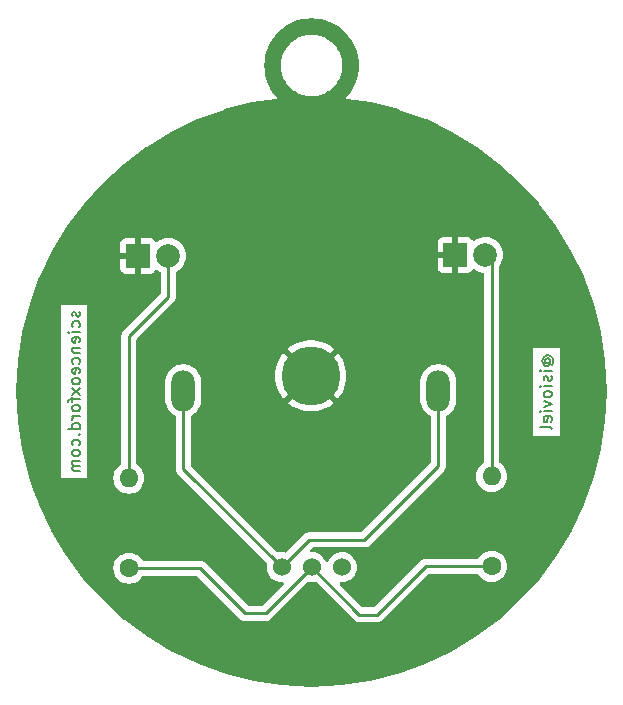
<source format=gbr>
%TF.GenerationSoftware,KiCad,Pcbnew,8.0.5*%
%TF.CreationDate,2025-02-18T12:58:11+00:00*%
%TF.ProjectId,practice-keyring,70726163-7469-4636-952d-6b657972696e,rev?*%
%TF.SameCoordinates,Original*%
%TF.FileFunction,Copper,L2,Bot*%
%TF.FilePolarity,Positive*%
%FSLAX46Y46*%
G04 Gerber Fmt 4.6, Leading zero omitted, Abs format (unit mm)*
G04 Created by KiCad (PCBNEW 8.0.5) date 2025-02-18 12:58:11*
%MOMM*%
%LPD*%
G01*
G04 APERTURE LIST*
%ADD10C,0.150000*%
%TA.AperFunction,NonConductor*%
%ADD11C,0.150000*%
%TD*%
%TA.AperFunction,ComponentPad*%
%ADD12R,2.000000X2.000000*%
%TD*%
%TA.AperFunction,ComponentPad*%
%ADD13C,2.000000*%
%TD*%
%TA.AperFunction,ComponentPad*%
%ADD14C,1.600000*%
%TD*%
%TA.AperFunction,ComponentPad*%
%ADD15O,1.600000X1.600000*%
%TD*%
%TA.AperFunction,ComponentPad*%
%ADD16O,2.000000X3.500000*%
%TD*%
%TA.AperFunction,SMDPad,CuDef*%
%ADD17C,5.000000*%
%TD*%
%TA.AperFunction,ComponentPad*%
%ADD18C,1.524000*%
%TD*%
%TA.AperFunction,Conductor*%
%ADD19C,0.250000*%
%TD*%
G04 APERTURE END LIST*
D10*
D11*
X254816828Y-107299428D02*
X254769209Y-107251809D01*
X254769209Y-107251809D02*
X254721590Y-107156571D01*
X254721590Y-107156571D02*
X254721590Y-107061333D01*
X254721590Y-107061333D02*
X254769209Y-106966095D01*
X254769209Y-106966095D02*
X254816828Y-106918476D01*
X254816828Y-106918476D02*
X254912066Y-106870857D01*
X254912066Y-106870857D02*
X255007304Y-106870857D01*
X255007304Y-106870857D02*
X255102542Y-106918476D01*
X255102542Y-106918476D02*
X255150161Y-106966095D01*
X255150161Y-106966095D02*
X255197780Y-107061333D01*
X255197780Y-107061333D02*
X255197780Y-107156571D01*
X255197780Y-107156571D02*
X255150161Y-107251809D01*
X255150161Y-107251809D02*
X255102542Y-107299428D01*
X254721590Y-107299428D02*
X255102542Y-107299428D01*
X255102542Y-107299428D02*
X255150161Y-107347047D01*
X255150161Y-107347047D02*
X255150161Y-107394666D01*
X255150161Y-107394666D02*
X255102542Y-107489905D01*
X255102542Y-107489905D02*
X255007304Y-107537524D01*
X255007304Y-107537524D02*
X254769209Y-107537524D01*
X254769209Y-107537524D02*
X254626352Y-107442286D01*
X254626352Y-107442286D02*
X254531114Y-107299428D01*
X254531114Y-107299428D02*
X254483495Y-107108952D01*
X254483495Y-107108952D02*
X254531114Y-106918476D01*
X254531114Y-106918476D02*
X254626352Y-106775619D01*
X254626352Y-106775619D02*
X254769209Y-106680381D01*
X254769209Y-106680381D02*
X254959685Y-106632762D01*
X254959685Y-106632762D02*
X255150161Y-106680381D01*
X255150161Y-106680381D02*
X255293019Y-106775619D01*
X255293019Y-106775619D02*
X255388257Y-106918476D01*
X255388257Y-106918476D02*
X255435876Y-107108952D01*
X255435876Y-107108952D02*
X255388257Y-107299428D01*
X255388257Y-107299428D02*
X255293019Y-107442286D01*
X255293019Y-107966095D02*
X254626352Y-107966095D01*
X254293019Y-107966095D02*
X254340638Y-107918476D01*
X254340638Y-107918476D02*
X254388257Y-107966095D01*
X254388257Y-107966095D02*
X254340638Y-108013714D01*
X254340638Y-108013714D02*
X254293019Y-107966095D01*
X254293019Y-107966095D02*
X254388257Y-107966095D01*
X255245400Y-108394666D02*
X255293019Y-108489904D01*
X255293019Y-108489904D02*
X255293019Y-108680380D01*
X255293019Y-108680380D02*
X255245400Y-108775618D01*
X255245400Y-108775618D02*
X255150161Y-108823237D01*
X255150161Y-108823237D02*
X255102542Y-108823237D01*
X255102542Y-108823237D02*
X255007304Y-108775618D01*
X255007304Y-108775618D02*
X254959685Y-108680380D01*
X254959685Y-108680380D02*
X254959685Y-108537523D01*
X254959685Y-108537523D02*
X254912066Y-108442285D01*
X254912066Y-108442285D02*
X254816828Y-108394666D01*
X254816828Y-108394666D02*
X254769209Y-108394666D01*
X254769209Y-108394666D02*
X254673971Y-108442285D01*
X254673971Y-108442285D02*
X254626352Y-108537523D01*
X254626352Y-108537523D02*
X254626352Y-108680380D01*
X254626352Y-108680380D02*
X254673971Y-108775618D01*
X255293019Y-109251809D02*
X254626352Y-109251809D01*
X254293019Y-109251809D02*
X254340638Y-109204190D01*
X254340638Y-109204190D02*
X254388257Y-109251809D01*
X254388257Y-109251809D02*
X254340638Y-109299428D01*
X254340638Y-109299428D02*
X254293019Y-109251809D01*
X254293019Y-109251809D02*
X254388257Y-109251809D01*
X255293019Y-109870856D02*
X255245400Y-109775618D01*
X255245400Y-109775618D02*
X255197780Y-109727999D01*
X255197780Y-109727999D02*
X255102542Y-109680380D01*
X255102542Y-109680380D02*
X254816828Y-109680380D01*
X254816828Y-109680380D02*
X254721590Y-109727999D01*
X254721590Y-109727999D02*
X254673971Y-109775618D01*
X254673971Y-109775618D02*
X254626352Y-109870856D01*
X254626352Y-109870856D02*
X254626352Y-110013713D01*
X254626352Y-110013713D02*
X254673971Y-110108951D01*
X254673971Y-110108951D02*
X254721590Y-110156570D01*
X254721590Y-110156570D02*
X254816828Y-110204189D01*
X254816828Y-110204189D02*
X255102542Y-110204189D01*
X255102542Y-110204189D02*
X255197780Y-110156570D01*
X255197780Y-110156570D02*
X255245400Y-110108951D01*
X255245400Y-110108951D02*
X255293019Y-110013713D01*
X255293019Y-110013713D02*
X255293019Y-109870856D01*
X254626352Y-110537523D02*
X255293019Y-110775618D01*
X255293019Y-110775618D02*
X254626352Y-111013713D01*
X255293019Y-111394666D02*
X254626352Y-111394666D01*
X254293019Y-111394666D02*
X254340638Y-111347047D01*
X254340638Y-111347047D02*
X254388257Y-111394666D01*
X254388257Y-111394666D02*
X254340638Y-111442285D01*
X254340638Y-111442285D02*
X254293019Y-111394666D01*
X254293019Y-111394666D02*
X254388257Y-111394666D01*
X255245400Y-112251808D02*
X255293019Y-112156570D01*
X255293019Y-112156570D02*
X255293019Y-111966094D01*
X255293019Y-111966094D02*
X255245400Y-111870856D01*
X255245400Y-111870856D02*
X255150161Y-111823237D01*
X255150161Y-111823237D02*
X254769209Y-111823237D01*
X254769209Y-111823237D02*
X254673971Y-111870856D01*
X254673971Y-111870856D02*
X254626352Y-111966094D01*
X254626352Y-111966094D02*
X254626352Y-112156570D01*
X254626352Y-112156570D02*
X254673971Y-112251808D01*
X254673971Y-112251808D02*
X254769209Y-112299427D01*
X254769209Y-112299427D02*
X254864447Y-112299427D01*
X254864447Y-112299427D02*
X254959685Y-111823237D01*
X255293019Y-112870856D02*
X255245400Y-112775618D01*
X255245400Y-112775618D02*
X255150161Y-112727999D01*
X255150161Y-112727999D02*
X254293019Y-112727999D01*
D10*
D11*
X215316600Y-102966095D02*
X215364219Y-103061333D01*
X215364219Y-103061333D02*
X215364219Y-103251809D01*
X215364219Y-103251809D02*
X215316600Y-103347047D01*
X215316600Y-103347047D02*
X215221361Y-103394666D01*
X215221361Y-103394666D02*
X215173742Y-103394666D01*
X215173742Y-103394666D02*
X215078504Y-103347047D01*
X215078504Y-103347047D02*
X215030885Y-103251809D01*
X215030885Y-103251809D02*
X215030885Y-103108952D01*
X215030885Y-103108952D02*
X214983266Y-103013714D01*
X214983266Y-103013714D02*
X214888028Y-102966095D01*
X214888028Y-102966095D02*
X214840409Y-102966095D01*
X214840409Y-102966095D02*
X214745171Y-103013714D01*
X214745171Y-103013714D02*
X214697552Y-103108952D01*
X214697552Y-103108952D02*
X214697552Y-103251809D01*
X214697552Y-103251809D02*
X214745171Y-103347047D01*
X215316600Y-104251809D02*
X215364219Y-104156571D01*
X215364219Y-104156571D02*
X215364219Y-103966095D01*
X215364219Y-103966095D02*
X215316600Y-103870857D01*
X215316600Y-103870857D02*
X215268980Y-103823238D01*
X215268980Y-103823238D02*
X215173742Y-103775619D01*
X215173742Y-103775619D02*
X214888028Y-103775619D01*
X214888028Y-103775619D02*
X214792790Y-103823238D01*
X214792790Y-103823238D02*
X214745171Y-103870857D01*
X214745171Y-103870857D02*
X214697552Y-103966095D01*
X214697552Y-103966095D02*
X214697552Y-104156571D01*
X214697552Y-104156571D02*
X214745171Y-104251809D01*
X215364219Y-104680381D02*
X214697552Y-104680381D01*
X214364219Y-104680381D02*
X214411838Y-104632762D01*
X214411838Y-104632762D02*
X214459457Y-104680381D01*
X214459457Y-104680381D02*
X214411838Y-104728000D01*
X214411838Y-104728000D02*
X214364219Y-104680381D01*
X214364219Y-104680381D02*
X214459457Y-104680381D01*
X215316600Y-105537523D02*
X215364219Y-105442285D01*
X215364219Y-105442285D02*
X215364219Y-105251809D01*
X215364219Y-105251809D02*
X215316600Y-105156571D01*
X215316600Y-105156571D02*
X215221361Y-105108952D01*
X215221361Y-105108952D02*
X214840409Y-105108952D01*
X214840409Y-105108952D02*
X214745171Y-105156571D01*
X214745171Y-105156571D02*
X214697552Y-105251809D01*
X214697552Y-105251809D02*
X214697552Y-105442285D01*
X214697552Y-105442285D02*
X214745171Y-105537523D01*
X214745171Y-105537523D02*
X214840409Y-105585142D01*
X214840409Y-105585142D02*
X214935647Y-105585142D01*
X214935647Y-105585142D02*
X215030885Y-105108952D01*
X214697552Y-106013714D02*
X215364219Y-106013714D01*
X214792790Y-106013714D02*
X214745171Y-106061333D01*
X214745171Y-106061333D02*
X214697552Y-106156571D01*
X214697552Y-106156571D02*
X214697552Y-106299428D01*
X214697552Y-106299428D02*
X214745171Y-106394666D01*
X214745171Y-106394666D02*
X214840409Y-106442285D01*
X214840409Y-106442285D02*
X215364219Y-106442285D01*
X215316600Y-107347047D02*
X215364219Y-107251809D01*
X215364219Y-107251809D02*
X215364219Y-107061333D01*
X215364219Y-107061333D02*
X215316600Y-106966095D01*
X215316600Y-106966095D02*
X215268980Y-106918476D01*
X215268980Y-106918476D02*
X215173742Y-106870857D01*
X215173742Y-106870857D02*
X214888028Y-106870857D01*
X214888028Y-106870857D02*
X214792790Y-106918476D01*
X214792790Y-106918476D02*
X214745171Y-106966095D01*
X214745171Y-106966095D02*
X214697552Y-107061333D01*
X214697552Y-107061333D02*
X214697552Y-107251809D01*
X214697552Y-107251809D02*
X214745171Y-107347047D01*
X215316600Y-108156571D02*
X215364219Y-108061333D01*
X215364219Y-108061333D02*
X215364219Y-107870857D01*
X215364219Y-107870857D02*
X215316600Y-107775619D01*
X215316600Y-107775619D02*
X215221361Y-107728000D01*
X215221361Y-107728000D02*
X214840409Y-107728000D01*
X214840409Y-107728000D02*
X214745171Y-107775619D01*
X214745171Y-107775619D02*
X214697552Y-107870857D01*
X214697552Y-107870857D02*
X214697552Y-108061333D01*
X214697552Y-108061333D02*
X214745171Y-108156571D01*
X214745171Y-108156571D02*
X214840409Y-108204190D01*
X214840409Y-108204190D02*
X214935647Y-108204190D01*
X214935647Y-108204190D02*
X215030885Y-107728000D01*
X215364219Y-108775619D02*
X215316600Y-108680381D01*
X215316600Y-108680381D02*
X215268980Y-108632762D01*
X215268980Y-108632762D02*
X215173742Y-108585143D01*
X215173742Y-108585143D02*
X214888028Y-108585143D01*
X214888028Y-108585143D02*
X214792790Y-108632762D01*
X214792790Y-108632762D02*
X214745171Y-108680381D01*
X214745171Y-108680381D02*
X214697552Y-108775619D01*
X214697552Y-108775619D02*
X214697552Y-108918476D01*
X214697552Y-108918476D02*
X214745171Y-109013714D01*
X214745171Y-109013714D02*
X214792790Y-109061333D01*
X214792790Y-109061333D02*
X214888028Y-109108952D01*
X214888028Y-109108952D02*
X215173742Y-109108952D01*
X215173742Y-109108952D02*
X215268980Y-109061333D01*
X215268980Y-109061333D02*
X215316600Y-109013714D01*
X215316600Y-109013714D02*
X215364219Y-108918476D01*
X215364219Y-108918476D02*
X215364219Y-108775619D01*
X215364219Y-109442286D02*
X214697552Y-109966095D01*
X214697552Y-109442286D02*
X215364219Y-109966095D01*
X214697552Y-110204191D02*
X214697552Y-110585143D01*
X215364219Y-110347048D02*
X214507076Y-110347048D01*
X214507076Y-110347048D02*
X214411838Y-110394667D01*
X214411838Y-110394667D02*
X214364219Y-110489905D01*
X214364219Y-110489905D02*
X214364219Y-110585143D01*
X215364219Y-111061334D02*
X215316600Y-110966096D01*
X215316600Y-110966096D02*
X215268980Y-110918477D01*
X215268980Y-110918477D02*
X215173742Y-110870858D01*
X215173742Y-110870858D02*
X214888028Y-110870858D01*
X214888028Y-110870858D02*
X214792790Y-110918477D01*
X214792790Y-110918477D02*
X214745171Y-110966096D01*
X214745171Y-110966096D02*
X214697552Y-111061334D01*
X214697552Y-111061334D02*
X214697552Y-111204191D01*
X214697552Y-111204191D02*
X214745171Y-111299429D01*
X214745171Y-111299429D02*
X214792790Y-111347048D01*
X214792790Y-111347048D02*
X214888028Y-111394667D01*
X214888028Y-111394667D02*
X215173742Y-111394667D01*
X215173742Y-111394667D02*
X215268980Y-111347048D01*
X215268980Y-111347048D02*
X215316600Y-111299429D01*
X215316600Y-111299429D02*
X215364219Y-111204191D01*
X215364219Y-111204191D02*
X215364219Y-111061334D01*
X215364219Y-111823239D02*
X214697552Y-111823239D01*
X214888028Y-111823239D02*
X214792790Y-111870858D01*
X214792790Y-111870858D02*
X214745171Y-111918477D01*
X214745171Y-111918477D02*
X214697552Y-112013715D01*
X214697552Y-112013715D02*
X214697552Y-112108953D01*
X215364219Y-112870858D02*
X214364219Y-112870858D01*
X215316600Y-112870858D02*
X215364219Y-112775620D01*
X215364219Y-112775620D02*
X215364219Y-112585144D01*
X215364219Y-112585144D02*
X215316600Y-112489906D01*
X215316600Y-112489906D02*
X215268980Y-112442287D01*
X215268980Y-112442287D02*
X215173742Y-112394668D01*
X215173742Y-112394668D02*
X214888028Y-112394668D01*
X214888028Y-112394668D02*
X214792790Y-112442287D01*
X214792790Y-112442287D02*
X214745171Y-112489906D01*
X214745171Y-112489906D02*
X214697552Y-112585144D01*
X214697552Y-112585144D02*
X214697552Y-112775620D01*
X214697552Y-112775620D02*
X214745171Y-112870858D01*
X215268980Y-113347049D02*
X215316600Y-113394668D01*
X215316600Y-113394668D02*
X215364219Y-113347049D01*
X215364219Y-113347049D02*
X215316600Y-113299430D01*
X215316600Y-113299430D02*
X215268980Y-113347049D01*
X215268980Y-113347049D02*
X215364219Y-113347049D01*
X215316600Y-114251810D02*
X215364219Y-114156572D01*
X215364219Y-114156572D02*
X215364219Y-113966096D01*
X215364219Y-113966096D02*
X215316600Y-113870858D01*
X215316600Y-113870858D02*
X215268980Y-113823239D01*
X215268980Y-113823239D02*
X215173742Y-113775620D01*
X215173742Y-113775620D02*
X214888028Y-113775620D01*
X214888028Y-113775620D02*
X214792790Y-113823239D01*
X214792790Y-113823239D02*
X214745171Y-113870858D01*
X214745171Y-113870858D02*
X214697552Y-113966096D01*
X214697552Y-113966096D02*
X214697552Y-114156572D01*
X214697552Y-114156572D02*
X214745171Y-114251810D01*
X215364219Y-114823239D02*
X215316600Y-114728001D01*
X215316600Y-114728001D02*
X215268980Y-114680382D01*
X215268980Y-114680382D02*
X215173742Y-114632763D01*
X215173742Y-114632763D02*
X214888028Y-114632763D01*
X214888028Y-114632763D02*
X214792790Y-114680382D01*
X214792790Y-114680382D02*
X214745171Y-114728001D01*
X214745171Y-114728001D02*
X214697552Y-114823239D01*
X214697552Y-114823239D02*
X214697552Y-114966096D01*
X214697552Y-114966096D02*
X214745171Y-115061334D01*
X214745171Y-115061334D02*
X214792790Y-115108953D01*
X214792790Y-115108953D02*
X214888028Y-115156572D01*
X214888028Y-115156572D02*
X215173742Y-115156572D01*
X215173742Y-115156572D02*
X215268980Y-115108953D01*
X215268980Y-115108953D02*
X215316600Y-115061334D01*
X215316600Y-115061334D02*
X215364219Y-114966096D01*
X215364219Y-114966096D02*
X215364219Y-114823239D01*
X215364219Y-115585144D02*
X214697552Y-115585144D01*
X214792790Y-115585144D02*
X214745171Y-115632763D01*
X214745171Y-115632763D02*
X214697552Y-115728001D01*
X214697552Y-115728001D02*
X214697552Y-115870858D01*
X214697552Y-115870858D02*
X214745171Y-115966096D01*
X214745171Y-115966096D02*
X214840409Y-116013715D01*
X214840409Y-116013715D02*
X215364219Y-116013715D01*
X214840409Y-116013715D02*
X214745171Y-116061334D01*
X214745171Y-116061334D02*
X214697552Y-116156572D01*
X214697552Y-116156572D02*
X214697552Y-116299429D01*
X214697552Y-116299429D02*
X214745171Y-116394668D01*
X214745171Y-116394668D02*
X214840409Y-116442287D01*
X214840409Y-116442287D02*
X215364219Y-116442287D01*
D12*
%TO.P,D2,1*%
%TO.N,GND*%
X247142000Y-98145600D03*
D13*
%TO.P,D2,2*%
%TO.N,Net-(D1-Pad2)*%
X249682000Y-98145600D03*
%TD*%
D12*
%TO.P,D1,1*%
%TO.N,GND*%
X220294200Y-98221800D03*
D13*
%TO.P,D1,2*%
%TO.N,Net-(D2-Pad2)*%
X222834200Y-98221800D03*
%TD*%
D14*
%TO.P,R2,1*%
%TO.N,Net-(R1-Pad1)*%
X250215400Y-124510800D03*
D15*
%TO.P,R2,2*%
%TO.N,Net-(D1-Pad2)*%
X250215400Y-116890800D03*
%TD*%
D14*
%TO.P,R1,1*%
%TO.N,Net-(R1-Pad1)*%
X219506800Y-124663200D03*
D15*
%TO.P,R1,2*%
%TO.N,Net-(D2-Pad2)*%
X219506800Y-117043200D03*
%TD*%
D16*
%TO.P,CR2032,1*%
%TO.N,Net-(BAT1-Pad1)*%
X245699200Y-109651800D03*
%TO.P,CR2032,2*%
X224099200Y-109651800D03*
D17*
%TO.P,CR2032,3*%
%TO.N,GND*%
X234899200Y-108381800D03*
%TD*%
D18*
%TO.P,switch,1*%
%TO.N,Net-(BAT1-Pad1)*%
X232460800Y-124587000D03*
%TO.P,switch,2*%
%TO.N,Net-(R1-Pad1)*%
X235000800Y-124587000D03*
%TO.P,switch,3*%
%TO.N,N/C*%
X237540800Y-124587000D03*
%TD*%
D19*
%TO.N,Net-(BAT1-Pad1)*%
X224099200Y-111651800D02*
X224104200Y-111656800D01*
X245694200Y-111656800D02*
X245694200Y-116001800D01*
X224104200Y-116230400D02*
X232460800Y-124587000D01*
X224099200Y-109651800D02*
X224099200Y-111651800D01*
X245699200Y-111651800D02*
X245694200Y-111656800D01*
X245699200Y-109651800D02*
X245699200Y-111651800D01*
X245694200Y-116001800D02*
X239420400Y-122275600D01*
X239420400Y-122275600D02*
X234772200Y-122275600D01*
X224104200Y-111656800D02*
X224104200Y-116230400D01*
X234772200Y-122275600D02*
X232460800Y-124587000D01*
%TO.N,Net-(D1-Pad2)*%
X250215400Y-116890800D02*
X250215400Y-98679000D01*
X250215400Y-98679000D02*
X249682000Y-98145600D01*
%TO.N,Net-(D2-Pad2)*%
X219506800Y-105029000D02*
X222834200Y-101701600D01*
X222834200Y-101701600D02*
X222834200Y-98221800D01*
X219506800Y-117043200D02*
X219506800Y-105029000D01*
%TO.N,Net-(R1-Pad1)*%
X240538000Y-128600200D02*
X244627400Y-124510800D01*
X244627400Y-124510800D02*
X250215400Y-124510800D01*
X229336600Y-128498600D02*
X231089200Y-128498600D01*
X231089200Y-128498600D02*
X235000800Y-124587000D01*
X235000800Y-124587000D02*
X239014000Y-128600200D01*
X225501200Y-124663200D02*
X229336600Y-128498600D01*
X219506800Y-124663200D02*
X225501200Y-124663200D01*
X239014000Y-128600200D02*
X240538000Y-128600200D01*
%TD*%
%TA.AperFunction,Conductor*%
%TO.N,GND*%
G36*
X235374548Y-78133546D02*
G01*
X235386997Y-78134806D01*
X235759592Y-78191345D01*
X235771415Y-78193139D01*
X235784009Y-78195713D01*
X236155019Y-78291502D01*
X236166760Y-78295153D01*
X236297954Y-78343104D01*
X236522594Y-78425209D01*
X236534015Y-78430033D01*
X236872400Y-78593013D01*
X236883218Y-78598891D01*
X237085705Y-78722093D01*
X237202522Y-78793169D01*
X237212380Y-78799824D01*
X237510400Y-79022193D01*
X237519862Y-79029998D01*
X237794664Y-79280122D01*
X237803028Y-79288486D01*
X238053181Y-79563319D01*
X238060951Y-79572734D01*
X238283910Y-79871255D01*
X238290609Y-79881174D01*
X238484870Y-80200544D01*
X238490739Y-80211348D01*
X238653731Y-80549759D01*
X238658543Y-80561147D01*
X238788447Y-80916256D01*
X238792163Y-80928230D01*
X238887502Y-81299829D01*
X238890002Y-81312065D01*
X238948809Y-81695993D01*
X238950105Y-81708777D01*
X238969921Y-82105066D01*
X238969927Y-82117518D01*
X238951184Y-82500480D01*
X238949945Y-82512987D01*
X238893615Y-82889033D01*
X238891228Y-82900986D01*
X238799223Y-83268245D01*
X238795618Y-83280120D01*
X238668176Y-83635867D01*
X238663442Y-83647284D01*
X238501812Y-83988717D01*
X238496056Y-83999492D01*
X238301818Y-84324176D01*
X238294937Y-84334490D01*
X238068701Y-84639899D01*
X238060826Y-84649501D01*
X237919404Y-84805583D01*
X237900667Y-84822496D01*
X237899974Y-84823007D01*
X237898126Y-84824365D01*
X237895831Y-84828158D01*
X237895183Y-84829026D01*
X237894918Y-84830079D01*
X237893425Y-84834252D01*
X237893581Y-84837410D01*
X237892292Y-84862598D01*
X237891816Y-84865720D01*
X237891816Y-84865723D01*
X237892870Y-84870008D01*
X237893029Y-84871099D01*
X237893595Y-84872047D01*
X237895483Y-84876038D01*
X237897815Y-84878151D01*
X237914731Y-84896892D01*
X237916593Y-84899425D01*
X237916595Y-84899427D01*
X237916596Y-84899427D01*
X237920367Y-84901709D01*
X237921258Y-84902372D01*
X237922340Y-84902646D01*
X237926484Y-84904127D01*
X237926487Y-84904130D01*
X237929629Y-84903975D01*
X237954838Y-84905264D01*
X240003838Y-85218049D01*
X240016169Y-85220568D01*
X242399539Y-85833191D01*
X242411454Y-85836892D01*
X244370105Y-86553654D01*
X244696793Y-86673205D01*
X244708189Y-86678022D01*
X246882649Y-87725834D01*
X246893387Y-87731666D01*
X248811607Y-88897364D01*
X248944340Y-88978025D01*
X248954338Y-88984777D01*
X250868863Y-90415831D01*
X250868891Y-90415852D01*
X250878196Y-90423529D01*
X252644407Y-92028679D01*
X252652883Y-92037152D01*
X254219551Y-93759955D01*
X254259001Y-93803336D01*
X254266721Y-93812692D01*
X255672246Y-95694039D01*
X255697788Y-95728227D01*
X255704518Y-95738195D01*
X255926418Y-96103295D01*
X256950386Y-97788066D01*
X256956218Y-97798801D01*
X258004528Y-99973859D01*
X258009351Y-99985268D01*
X258843611Y-102265259D01*
X258845158Y-102269485D01*
X258848865Y-102281424D01*
X259457854Y-104651647D01*
X259461481Y-104665761D01*
X259464004Y-104678113D01*
X259840623Y-107146749D01*
X259841905Y-107159431D01*
X259969717Y-109703840D01*
X259969724Y-109716338D01*
X259849084Y-112174120D01*
X259847850Y-112186577D01*
X259486621Y-114602281D01*
X259484217Y-114614317D01*
X258892117Y-116973681D01*
X258888533Y-116985482D01*
X258070673Y-119269870D01*
X258065936Y-119281299D01*
X257027789Y-121474864D01*
X257022078Y-121485566D01*
X255775248Y-123573413D01*
X255768288Y-123583850D01*
X254313679Y-125545934D01*
X254305861Y-125555467D01*
X252653529Y-127380283D01*
X252644719Y-127389095D01*
X250819568Y-129042366D01*
X250809933Y-129050263D01*
X248845718Y-130503913D01*
X248835426Y-130510774D01*
X246748536Y-131758617D01*
X246737747Y-131764377D01*
X244545238Y-132801404D01*
X244533810Y-132806137D01*
X242247835Y-133624031D01*
X242236172Y-133627578D01*
X239877853Y-134221751D01*
X239865593Y-134224200D01*
X237448408Y-134583441D01*
X237436162Y-134584654D01*
X234977665Y-134707286D01*
X234965109Y-134707285D01*
X232507234Y-134584654D01*
X232494979Y-134583440D01*
X230079272Y-134224196D01*
X230067047Y-134221755D01*
X227706751Y-133627586D01*
X227695021Y-133624018D01*
X225411648Y-132806129D01*
X225400273Y-132801415D01*
X223207222Y-131764368D01*
X223196459Y-131758626D01*
X221261103Y-130602272D01*
X221107988Y-130510787D01*
X221097637Y-130503887D01*
X219134564Y-129050273D01*
X219124931Y-129042373D01*
X218587483Y-128555273D01*
X217300736Y-127389069D01*
X217291990Y-127380322D01*
X216106425Y-126071786D01*
X215638661Y-125555503D01*
X215630793Y-125545909D01*
X214976834Y-124663200D01*
X218193302Y-124663200D01*
X218213257Y-124891287D01*
X218231680Y-124960043D01*
X218272515Y-125112440D01*
X218272517Y-125112446D01*
X218296698Y-125164302D01*
X218369277Y-125319949D01*
X218500602Y-125507500D01*
X218662500Y-125669398D01*
X218850051Y-125800723D01*
X219057557Y-125897484D01*
X219278713Y-125956743D01*
X219506800Y-125976698D01*
X219734887Y-125956743D01*
X219956043Y-125897484D01*
X220163549Y-125800723D01*
X220351100Y-125669398D01*
X220512998Y-125507500D01*
X220622981Y-125350429D01*
X220678438Y-125306101D01*
X220726194Y-125296700D01*
X225186606Y-125296700D01*
X225254727Y-125316702D01*
X225275701Y-125333605D01*
X228932761Y-128990667D01*
X228932766Y-128990671D01*
X228932767Y-128990672D01*
X229036525Y-129060001D01*
X229118047Y-129093768D01*
X229151815Y-129107755D01*
X229274206Y-129132100D01*
X229274207Y-129132100D01*
X231151593Y-129132100D01*
X231151594Y-129132100D01*
X231273985Y-129107755D01*
X231389275Y-129060000D01*
X231493033Y-128990671D01*
X234618580Y-125865123D01*
X234680890Y-125831099D01*
X234740280Y-125832512D01*
X234779337Y-125842978D01*
X235000800Y-125862353D01*
X235222263Y-125842978D01*
X235261313Y-125832514D01*
X235332286Y-125834201D01*
X235383020Y-125865124D01*
X238521929Y-129004033D01*
X238610167Y-129092271D01*
X238713925Y-129161600D01*
X238829215Y-129209355D01*
X238951606Y-129233700D01*
X238951607Y-129233700D01*
X240600393Y-129233700D01*
X240600394Y-129233700D01*
X240722785Y-129209355D01*
X240838075Y-129161600D01*
X240941833Y-129092271D01*
X244852899Y-125181205D01*
X244915211Y-125147179D01*
X244941994Y-125144300D01*
X248996006Y-125144300D01*
X249064127Y-125164302D01*
X249099219Y-125198029D01*
X249174892Y-125306101D01*
X249209202Y-125355100D01*
X249371100Y-125516998D01*
X249558651Y-125648323D01*
X249766157Y-125745084D01*
X249987313Y-125804343D01*
X250215400Y-125824298D01*
X250443487Y-125804343D01*
X250664643Y-125745084D01*
X250872149Y-125648323D01*
X251059700Y-125516998D01*
X251221598Y-125355100D01*
X251352923Y-125167549D01*
X251449684Y-124960043D01*
X251508943Y-124738887D01*
X251528898Y-124510800D01*
X251508943Y-124282713D01*
X251449684Y-124061557D01*
X251352923Y-123854051D01*
X251221598Y-123666500D01*
X251059700Y-123504602D01*
X251028152Y-123482512D01*
X250872149Y-123373277D01*
X250664646Y-123276517D01*
X250664640Y-123276515D01*
X250571171Y-123251470D01*
X250443487Y-123217257D01*
X250215400Y-123197302D01*
X249987313Y-123217257D01*
X249766159Y-123276515D01*
X249766153Y-123276517D01*
X249558650Y-123373277D01*
X249371103Y-123504599D01*
X249371097Y-123504604D01*
X249209204Y-123666497D01*
X249209199Y-123666503D01*
X249099219Y-123823571D01*
X249043762Y-123867899D01*
X248996006Y-123877300D01*
X244565003Y-123877300D01*
X244491968Y-123891828D01*
X244442615Y-123901645D01*
X244442613Y-123901645D01*
X244442612Y-123901646D01*
X244375075Y-123929621D01*
X244327509Y-123949324D01*
X244327323Y-123949401D01*
X244223571Y-124018726D01*
X244223564Y-124018731D01*
X240312501Y-127929795D01*
X240250189Y-127963821D01*
X240223406Y-127966700D01*
X239328594Y-127966700D01*
X239260473Y-127946698D01*
X239239499Y-127929795D01*
X237381490Y-126071786D01*
X237347464Y-126009474D01*
X237352529Y-125938659D01*
X237395076Y-125881823D01*
X237461596Y-125857012D01*
X237481567Y-125857171D01*
X237540794Y-125862353D01*
X237540796Y-125862352D01*
X237540800Y-125862353D01*
X237762263Y-125842978D01*
X237976996Y-125785440D01*
X238178477Y-125691488D01*
X238360581Y-125563977D01*
X238517777Y-125406781D01*
X238645288Y-125224677D01*
X238739240Y-125023196D01*
X238796778Y-124808463D01*
X238816153Y-124587000D01*
X238796778Y-124365537D01*
X238739240Y-124150804D01*
X238645288Y-123949324D01*
X238517777Y-123767219D01*
X238360581Y-123610023D01*
X238360577Y-123610020D01*
X238360572Y-123610016D01*
X238178477Y-123482512D01*
X238178475Y-123482511D01*
X237976999Y-123388561D01*
X237976993Y-123388559D01*
X237934874Y-123377273D01*
X237762263Y-123331022D01*
X237540800Y-123311647D01*
X237319337Y-123331022D01*
X237210019Y-123360314D01*
X237104606Y-123388559D01*
X237104601Y-123388561D01*
X236903123Y-123482512D01*
X236721022Y-123610020D01*
X236721016Y-123610025D01*
X236563825Y-123767216D01*
X236563820Y-123767222D01*
X236436312Y-123949323D01*
X236384995Y-124059373D01*
X236338077Y-124112658D01*
X236269800Y-124132119D01*
X236201840Y-124111577D01*
X236156605Y-124059373D01*
X236131926Y-124006450D01*
X236105288Y-123949324D01*
X235977777Y-123767219D01*
X235820581Y-123610023D01*
X235820577Y-123610020D01*
X235820572Y-123610016D01*
X235638477Y-123482512D01*
X235638475Y-123482511D01*
X235436999Y-123388561D01*
X235436993Y-123388559D01*
X235394874Y-123377273D01*
X235222263Y-123331022D01*
X235000800Y-123311647D01*
X235000799Y-123311647D01*
X234941566Y-123316829D01*
X234871962Y-123302839D01*
X234820970Y-123253439D01*
X234804780Y-123184313D01*
X234828533Y-123117408D01*
X234841487Y-123102216D01*
X234997700Y-122946004D01*
X235060012Y-122911979D01*
X235086795Y-122909100D01*
X239482793Y-122909100D01*
X239482794Y-122909100D01*
X239605185Y-122884755D01*
X239720475Y-122837000D01*
X239824233Y-122767671D01*
X246186271Y-116405633D01*
X246255600Y-116301875D01*
X246303355Y-116186585D01*
X246327700Y-116064194D01*
X246327700Y-115939406D01*
X246327700Y-111851805D01*
X246347702Y-111783684D01*
X246396498Y-111739538D01*
X246489823Y-111691987D01*
X246489822Y-111691987D01*
X246489827Y-111691985D01*
X246681922Y-111552420D01*
X246849820Y-111384522D01*
X246989385Y-111192427D01*
X247097182Y-110980863D01*
X247170556Y-110755041D01*
X247207700Y-110520522D01*
X247207700Y-108783078D01*
X247170556Y-108548559D01*
X247097182Y-108322737D01*
X246989385Y-108111173D01*
X246849820Y-107919078D01*
X246849817Y-107919075D01*
X246849815Y-107919072D01*
X246681927Y-107751184D01*
X246681924Y-107751182D01*
X246681922Y-107751180D01*
X246489827Y-107611615D01*
X246278263Y-107503818D01*
X246278260Y-107503817D01*
X246278258Y-107503816D01*
X246052446Y-107430445D01*
X246052442Y-107430444D01*
X246052441Y-107430444D01*
X245817922Y-107393300D01*
X245580478Y-107393300D01*
X245345959Y-107430444D01*
X245345953Y-107430445D01*
X245120141Y-107503816D01*
X245120135Y-107503819D01*
X244908569Y-107611617D01*
X244716475Y-107751182D01*
X244716472Y-107751184D01*
X244548584Y-107919072D01*
X244548582Y-107919075D01*
X244409017Y-108111169D01*
X244301219Y-108322735D01*
X244301216Y-108322741D01*
X244227845Y-108548553D01*
X244227844Y-108548558D01*
X244227844Y-108548559D01*
X244190700Y-108783078D01*
X244190700Y-110520522D01*
X244227844Y-110755041D01*
X244227845Y-110755046D01*
X244242020Y-110798671D01*
X244301218Y-110980863D01*
X244409015Y-111192427D01*
X244548580Y-111384522D01*
X244548582Y-111384524D01*
X244548584Y-111384527D01*
X244716472Y-111552415D01*
X244716475Y-111552417D01*
X244716478Y-111552420D01*
X244840225Y-111642327D01*
X244908571Y-111691984D01*
X244908573Y-111691985D01*
X244991904Y-111734444D01*
X245043517Y-111783189D01*
X245060700Y-111846709D01*
X245060700Y-115687206D01*
X245040698Y-115755327D01*
X245023795Y-115776301D01*
X239194901Y-121605195D01*
X239132589Y-121639221D01*
X239105806Y-121642100D01*
X234709803Y-121642100D01*
X234636768Y-121656628D01*
X234587415Y-121666445D01*
X234587413Y-121666445D01*
X234587412Y-121666446D01*
X234472123Y-121714201D01*
X234368371Y-121783526D01*
X234368369Y-121783527D01*
X232843020Y-123308875D01*
X232780708Y-123342900D01*
X232721315Y-123341486D01*
X232682263Y-123331022D01*
X232460800Y-123311647D01*
X232239336Y-123331022D01*
X232239331Y-123331023D01*
X232200281Y-123341486D01*
X232129305Y-123339795D01*
X232078578Y-123308874D01*
X224774605Y-116004901D01*
X224740579Y-115942589D01*
X224737700Y-115915806D01*
X224737700Y-111846709D01*
X224757702Y-111778588D01*
X224806495Y-111734444D01*
X224889827Y-111691985D01*
X225081922Y-111552420D01*
X225249820Y-111384522D01*
X225389385Y-111192427D01*
X225497182Y-110980863D01*
X225570556Y-110755041D01*
X225582316Y-110680792D01*
X232959415Y-110680792D01*
X232959416Y-110680793D01*
X233099896Y-110798671D01*
X233392649Y-110991217D01*
X233705777Y-111148476D01*
X233705782Y-111148478D01*
X234035025Y-111268313D01*
X234035030Y-111268314D01*
X234375979Y-111349121D01*
X234375985Y-111349122D01*
X234724001Y-111389800D01*
X235074399Y-111389800D01*
X235422414Y-111349122D01*
X235422420Y-111349121D01*
X235763369Y-111268314D01*
X235763374Y-111268313D01*
X236092617Y-111148478D01*
X236092622Y-111148476D01*
X236405750Y-110991217D01*
X236698499Y-110798674D01*
X236838983Y-110680792D01*
X234899201Y-108741010D01*
X234899199Y-108741010D01*
X232959415Y-110680792D01*
X225582316Y-110680792D01*
X225607700Y-110520522D01*
X225607700Y-108783078D01*
X225570556Y-108548559D01*
X225516373Y-108381800D01*
X231886102Y-108381800D01*
X231906474Y-108731588D01*
X231906474Y-108731594D01*
X231967320Y-109076668D01*
X232067815Y-109412341D01*
X232067817Y-109412347D01*
X232206595Y-109734073D01*
X232206598Y-109734078D01*
X232381786Y-110037512D01*
X232381796Y-110037528D01*
X232591036Y-110318585D01*
X232591040Y-110318590D01*
X232596941Y-110324845D01*
X232596944Y-110324845D01*
X234539990Y-108381800D01*
X234539990Y-108381799D01*
X234539989Y-108381798D01*
X235258410Y-108381798D01*
X235258410Y-108381801D01*
X237201455Y-110324846D01*
X237201456Y-110324845D01*
X237207364Y-110318585D01*
X237207366Y-110318582D01*
X237416595Y-110037539D01*
X237416613Y-110037512D01*
X237591801Y-109734078D01*
X237591804Y-109734073D01*
X237730582Y-109412347D01*
X237730584Y-109412341D01*
X237831079Y-109076668D01*
X237891925Y-108731594D01*
X237891925Y-108731588D01*
X237912297Y-108381800D01*
X237891925Y-108032011D01*
X237891925Y-108032005D01*
X237831079Y-107686931D01*
X237730584Y-107351258D01*
X237730582Y-107351252D01*
X237591804Y-107029526D01*
X237591801Y-107029521D01*
X237416613Y-106726087D01*
X237416603Y-106726071D01*
X237207365Y-106445016D01*
X237201455Y-106438752D01*
X235258410Y-108381798D01*
X234539989Y-108381798D01*
X232596944Y-106438753D01*
X232596943Y-106438753D01*
X232591031Y-106445020D01*
X232591027Y-106445024D01*
X232381804Y-106726060D01*
X232381786Y-106726087D01*
X232206598Y-107029521D01*
X232206595Y-107029526D01*
X232067817Y-107351252D01*
X232067815Y-107351258D01*
X231967320Y-107686931D01*
X231906474Y-108032005D01*
X231906474Y-108032011D01*
X231886102Y-108381800D01*
X225516373Y-108381800D01*
X225497182Y-108322737D01*
X225389385Y-108111173D01*
X225249820Y-107919078D01*
X225249817Y-107919075D01*
X225249815Y-107919072D01*
X225081927Y-107751184D01*
X225081924Y-107751182D01*
X225081922Y-107751180D01*
X224889827Y-107611615D01*
X224678263Y-107503818D01*
X224678260Y-107503817D01*
X224678258Y-107503816D01*
X224452446Y-107430445D01*
X224452442Y-107430444D01*
X224452441Y-107430444D01*
X224217922Y-107393300D01*
X223980478Y-107393300D01*
X223745959Y-107430444D01*
X223745953Y-107430445D01*
X223520141Y-107503816D01*
X223520135Y-107503819D01*
X223308569Y-107611617D01*
X223116475Y-107751182D01*
X223116472Y-107751184D01*
X222948584Y-107919072D01*
X222948582Y-107919075D01*
X222809017Y-108111169D01*
X222701219Y-108322735D01*
X222701216Y-108322741D01*
X222627845Y-108548553D01*
X222627844Y-108548558D01*
X222627844Y-108548559D01*
X222590700Y-108783078D01*
X222590700Y-110520522D01*
X222627844Y-110755041D01*
X222627845Y-110755046D01*
X222642020Y-110798671D01*
X222701218Y-110980863D01*
X222809015Y-111192427D01*
X222948580Y-111384522D01*
X222948582Y-111384524D01*
X222948584Y-111384527D01*
X223116472Y-111552415D01*
X223116475Y-111552417D01*
X223116478Y-111552420D01*
X223308572Y-111691984D01*
X223308576Y-111691987D01*
X223401902Y-111739538D01*
X223453518Y-111788285D01*
X223470700Y-111851805D01*
X223470700Y-116292796D01*
X223480385Y-116341486D01*
X223495045Y-116415185D01*
X223542800Y-116530475D01*
X223612129Y-116634233D01*
X223612131Y-116634235D01*
X231182674Y-124204778D01*
X231216700Y-124267090D01*
X231215286Y-124326481D01*
X231204823Y-124365531D01*
X231204822Y-124365536D01*
X231204822Y-124365537D01*
X231185447Y-124587000D01*
X231204822Y-124808463D01*
X231227015Y-124891286D01*
X231262359Y-125023193D01*
X231262361Y-125023199D01*
X231356311Y-125224675D01*
X231356312Y-125224677D01*
X231483816Y-125406772D01*
X231483820Y-125406777D01*
X231483823Y-125406781D01*
X231641019Y-125563977D01*
X231641023Y-125563980D01*
X231641027Y-125563983D01*
X231690340Y-125598512D01*
X231823123Y-125691488D01*
X232024604Y-125785440D01*
X232239337Y-125842978D01*
X232460800Y-125862353D01*
X232520029Y-125857171D01*
X232589634Y-125871159D01*
X232640627Y-125920558D01*
X232656818Y-125989684D01*
X232633066Y-126056589D01*
X232620108Y-126071786D01*
X230863699Y-127828196D01*
X230801389Y-127862220D01*
X230774606Y-127865100D01*
X229651195Y-127865100D01*
X229583074Y-127845098D01*
X229562100Y-127828195D01*
X225905035Y-124171131D01*
X225905033Y-124171129D01*
X225801275Y-124101800D01*
X225685985Y-124054045D01*
X225612286Y-124039385D01*
X225563596Y-124029700D01*
X225563594Y-124029700D01*
X220726194Y-124029700D01*
X220658073Y-124009698D01*
X220622981Y-123975971D01*
X220513000Y-123818903D01*
X220512995Y-123818897D01*
X220351102Y-123657004D01*
X220351096Y-123656999D01*
X220163549Y-123525677D01*
X219956046Y-123428917D01*
X219956040Y-123428915D01*
X219862571Y-123403870D01*
X219734887Y-123369657D01*
X219506800Y-123349702D01*
X219278713Y-123369657D01*
X219057559Y-123428915D01*
X219057553Y-123428917D01*
X218850050Y-123525677D01*
X218662503Y-123656999D01*
X218662497Y-123657004D01*
X218500604Y-123818897D01*
X218500599Y-123818903D01*
X218369277Y-124006450D01*
X218272517Y-124213953D01*
X218272515Y-124213959D01*
X218231900Y-124365536D01*
X218213257Y-124435113D01*
X218193302Y-124663200D01*
X214976834Y-124663200D01*
X214177167Y-123583814D01*
X214170257Y-123573452D01*
X214129103Y-123504599D01*
X212922340Y-121485614D01*
X212916584Y-121474827D01*
X211903987Y-119332996D01*
X211879541Y-119281289D01*
X211874828Y-119269910D01*
X211486171Y-118184342D01*
X211077619Y-117043200D01*
X218193302Y-117043200D01*
X218213257Y-117271287D01*
X218272516Y-117492443D01*
X218369277Y-117699949D01*
X218500602Y-117887500D01*
X218662500Y-118049398D01*
X218850051Y-118180723D01*
X219057557Y-118277484D01*
X219278713Y-118336743D01*
X219506800Y-118356698D01*
X219734887Y-118336743D01*
X219956043Y-118277484D01*
X220163549Y-118180723D01*
X220351100Y-118049398D01*
X220512998Y-117887500D01*
X220644323Y-117699949D01*
X220741084Y-117492443D01*
X220800343Y-117271287D01*
X220820298Y-117043200D01*
X220800343Y-116815113D01*
X220741084Y-116593957D01*
X220644323Y-116386451D01*
X220512998Y-116198900D01*
X220351100Y-116037002D01*
X220351096Y-116036999D01*
X220194029Y-115927019D01*
X220149701Y-115871562D01*
X220140300Y-115823806D01*
X220140300Y-106082805D01*
X232959415Y-106082805D01*
X234899199Y-108022590D01*
X234899201Y-108022590D01*
X236838983Y-106082806D01*
X236838983Y-106082805D01*
X236698498Y-105964925D01*
X236405750Y-105772382D01*
X236092622Y-105615123D01*
X236092617Y-105615121D01*
X235763374Y-105495286D01*
X235763369Y-105495285D01*
X235422420Y-105414478D01*
X235422414Y-105414477D01*
X235074399Y-105373800D01*
X234724001Y-105373800D01*
X234375985Y-105414477D01*
X234375979Y-105414478D01*
X234035030Y-105495285D01*
X234035025Y-105495286D01*
X233705782Y-105615121D01*
X233705777Y-105615123D01*
X233392649Y-105772382D01*
X233099901Y-105964925D01*
X232959415Y-106082805D01*
X220140300Y-106082805D01*
X220140300Y-105343594D01*
X220160302Y-105275473D01*
X220177205Y-105254499D01*
X220894775Y-104536929D01*
X223326271Y-102105433D01*
X223395600Y-102001675D01*
X223443355Y-101886385D01*
X223467700Y-101763994D01*
X223467700Y-101639206D01*
X223467700Y-99673365D01*
X223487702Y-99605244D01*
X223527862Y-99565934D01*
X223723616Y-99445976D01*
X223904169Y-99291769D01*
X224058376Y-99111216D01*
X224182440Y-98908763D01*
X224273305Y-98689394D01*
X224328735Y-98458511D01*
X224347365Y-98221800D01*
X224328735Y-97985089D01*
X224273305Y-97754206D01*
X224182440Y-97534837D01*
X224058376Y-97332384D01*
X224058373Y-97332380D01*
X223904169Y-97151830D01*
X223839974Y-97097002D01*
X245634000Y-97097002D01*
X245634000Y-97891600D01*
X246711297Y-97891600D01*
X246676075Y-97952607D01*
X246642000Y-98079774D01*
X246642000Y-98211426D01*
X246676075Y-98338593D01*
X246711297Y-98399600D01*
X245634000Y-98399600D01*
X245634000Y-99194197D01*
X245640505Y-99254693D01*
X245691555Y-99391564D01*
X245691555Y-99391565D01*
X245779095Y-99508504D01*
X245896034Y-99596044D01*
X246032906Y-99647094D01*
X246093402Y-99653599D01*
X246093415Y-99653600D01*
X246888000Y-99653600D01*
X246888000Y-98576302D01*
X246949007Y-98611525D01*
X247076174Y-98645600D01*
X247207826Y-98645600D01*
X247334993Y-98611525D01*
X247396000Y-98576302D01*
X247396000Y-99653600D01*
X248190585Y-99653600D01*
X248190597Y-99653599D01*
X248251093Y-99647094D01*
X248387964Y-99596044D01*
X248387965Y-99596044D01*
X248504904Y-99508504D01*
X248597847Y-99384348D01*
X248600137Y-99386062D01*
X248639984Y-99346186D01*
X248709352Y-99331070D01*
X248775881Y-99355856D01*
X248782229Y-99360932D01*
X248792584Y-99369776D01*
X248995037Y-99493840D01*
X249214406Y-99584705D01*
X249445289Y-99640135D01*
X249465785Y-99641748D01*
X249532125Y-99667031D01*
X249574266Y-99724168D01*
X249581900Y-99767359D01*
X249581900Y-115671406D01*
X249561898Y-115739527D01*
X249528171Y-115774619D01*
X249371103Y-115884599D01*
X249371097Y-115884604D01*
X249209204Y-116046497D01*
X249209199Y-116046503D01*
X249077877Y-116234050D01*
X248981117Y-116441553D01*
X248981116Y-116441557D01*
X248921857Y-116662713D01*
X248901902Y-116890800D01*
X248921857Y-117118887D01*
X248981116Y-117340043D01*
X249077877Y-117547549D01*
X249209202Y-117735100D01*
X249371100Y-117896998D01*
X249558651Y-118028323D01*
X249766157Y-118125084D01*
X249987313Y-118184343D01*
X250215400Y-118204298D01*
X250443487Y-118184343D01*
X250664643Y-118125084D01*
X250872149Y-118028323D01*
X251059700Y-117896998D01*
X251221598Y-117735100D01*
X251352923Y-117547549D01*
X251449684Y-117340043D01*
X251508943Y-117118887D01*
X251528898Y-116890800D01*
X251508943Y-116662713D01*
X251449684Y-116441557D01*
X251352923Y-116234051D01*
X251221598Y-116046500D01*
X251059700Y-115884602D01*
X250905031Y-115776301D01*
X250902629Y-115774619D01*
X250858301Y-115719162D01*
X250848900Y-115671406D01*
X250848900Y-113460212D01*
X253704519Y-113460212D01*
X256025700Y-113460212D01*
X256025700Y-106042937D01*
X253704519Y-106042937D01*
X253704519Y-113460212D01*
X250848900Y-113460212D01*
X250848900Y-99148561D01*
X250868902Y-99080440D01*
X250879089Y-99066730D01*
X250906176Y-99035016D01*
X251030240Y-98832563D01*
X251121105Y-98613194D01*
X251176535Y-98382311D01*
X251195165Y-98145600D01*
X251176535Y-97908889D01*
X251121105Y-97678006D01*
X251030240Y-97458637D01*
X250906176Y-97256184D01*
X250835303Y-97173202D01*
X250751969Y-97075630D01*
X250571419Y-96921426D01*
X250571417Y-96921425D01*
X250571416Y-96921424D01*
X250368963Y-96797360D01*
X250333559Y-96782695D01*
X250149592Y-96706494D01*
X249991651Y-96668576D01*
X249918711Y-96651065D01*
X249682000Y-96632435D01*
X249445289Y-96651065D01*
X249214407Y-96706494D01*
X248995038Y-96797359D01*
X248792582Y-96921425D01*
X248782235Y-96930262D01*
X248717443Y-96959290D01*
X248647244Y-96948681D01*
X248598829Y-96906116D01*
X248597847Y-96906852D01*
X248594345Y-96902174D01*
X248593924Y-96901804D01*
X248593395Y-96900905D01*
X248504904Y-96782695D01*
X248387965Y-96695155D01*
X248251093Y-96644105D01*
X248190597Y-96637600D01*
X247396000Y-96637600D01*
X247396000Y-97714897D01*
X247334993Y-97679675D01*
X247207826Y-97645600D01*
X247076174Y-97645600D01*
X246949007Y-97679675D01*
X246888000Y-97714897D01*
X246888000Y-96637600D01*
X246093402Y-96637600D01*
X246032906Y-96644105D01*
X245896035Y-96695155D01*
X245896034Y-96695155D01*
X245779095Y-96782695D01*
X245691555Y-96899634D01*
X245691555Y-96899635D01*
X245640505Y-97036506D01*
X245634000Y-97097002D01*
X223839974Y-97097002D01*
X223723619Y-96997626D01*
X223723617Y-96997625D01*
X223723616Y-96997624D01*
X223521163Y-96873560D01*
X223485759Y-96858895D01*
X223301792Y-96782694D01*
X223143851Y-96744776D01*
X223070911Y-96727265D01*
X222834200Y-96708635D01*
X222597489Y-96727265D01*
X222366607Y-96782694D01*
X222147238Y-96873559D01*
X221944782Y-96997625D01*
X221934435Y-97006462D01*
X221869643Y-97035490D01*
X221799444Y-97024881D01*
X221751029Y-96982316D01*
X221750047Y-96983052D01*
X221746545Y-96978374D01*
X221746124Y-96978004D01*
X221745595Y-96977105D01*
X221657104Y-96858895D01*
X221540165Y-96771355D01*
X221403293Y-96720305D01*
X221342797Y-96713800D01*
X220548200Y-96713800D01*
X220548200Y-97791097D01*
X220487193Y-97755875D01*
X220360026Y-97721800D01*
X220228374Y-97721800D01*
X220101207Y-97755875D01*
X220040200Y-97791097D01*
X220040200Y-96713800D01*
X219245602Y-96713800D01*
X219185106Y-96720305D01*
X219048235Y-96771355D01*
X219048234Y-96771355D01*
X218931295Y-96858895D01*
X218843755Y-96975834D01*
X218843755Y-96975835D01*
X218792705Y-97112706D01*
X218786200Y-97173202D01*
X218786200Y-97967800D01*
X219863497Y-97967800D01*
X219828275Y-98028807D01*
X219794200Y-98155974D01*
X219794200Y-98287626D01*
X219828275Y-98414793D01*
X219863497Y-98475800D01*
X218786200Y-98475800D01*
X218786200Y-99270397D01*
X218792705Y-99330893D01*
X218843755Y-99467764D01*
X218843755Y-99467765D01*
X218931295Y-99584704D01*
X219048234Y-99672244D01*
X219185106Y-99723294D01*
X219245602Y-99729799D01*
X219245615Y-99729800D01*
X220040200Y-99729800D01*
X220040200Y-98652502D01*
X220101207Y-98687725D01*
X220228374Y-98721800D01*
X220360026Y-98721800D01*
X220487193Y-98687725D01*
X220548200Y-98652502D01*
X220548200Y-99729800D01*
X221342785Y-99729800D01*
X221342797Y-99729799D01*
X221403293Y-99723294D01*
X221540164Y-99672244D01*
X221540165Y-99672244D01*
X221657104Y-99584704D01*
X221750047Y-99460548D01*
X221752337Y-99462262D01*
X221792184Y-99422386D01*
X221861552Y-99407270D01*
X221928081Y-99432056D01*
X221934429Y-99437132D01*
X221944784Y-99445976D01*
X222140537Y-99565934D01*
X222188166Y-99618580D01*
X222200700Y-99673365D01*
X222200700Y-101387006D01*
X222180698Y-101455127D01*
X222163795Y-101476101D01*
X219014731Y-104625164D01*
X219014726Y-104625171D01*
X218945401Y-104728923D01*
X218897646Y-104844212D01*
X218873300Y-104966603D01*
X218873300Y-115823806D01*
X218853298Y-115891927D01*
X218819571Y-115927019D01*
X218662503Y-116036999D01*
X218662497Y-116037004D01*
X218500604Y-116198897D01*
X218500599Y-116198903D01*
X218369277Y-116386450D01*
X218272517Y-116593953D01*
X218272515Y-116593959D01*
X218213257Y-116815113D01*
X218193302Y-117043200D01*
X211077619Y-117043200D01*
X211073481Y-117031643D01*
X213774863Y-117031643D01*
X215953926Y-117031643D01*
X215953926Y-102376739D01*
X213774863Y-102376739D01*
X213774863Y-117031643D01*
X211073481Y-117031643D01*
X211056940Y-116985443D01*
X211053369Y-116973695D01*
X211053365Y-116973681D01*
X210460181Y-114614353D01*
X210457761Y-114602240D01*
X210097024Y-112186504D01*
X210095800Y-112174176D01*
X209973670Y-109716381D01*
X209973675Y-109703785D01*
X210102579Y-107159393D01*
X210103856Y-107146790D01*
X210480486Y-104678092D01*
X210483000Y-104665783D01*
X211095622Y-102281427D01*
X211099336Y-102269472D01*
X211935646Y-99985231D01*
X211940431Y-99973910D01*
X212988175Y-97798790D01*
X212994000Y-97788064D01*
X214239867Y-95738198D01*
X214246590Y-95728242D01*
X215678273Y-93812678D01*
X215685956Y-93803367D01*
X217292128Y-92037124D01*
X217300551Y-92028702D01*
X219066321Y-90423502D01*
X219075604Y-90415844D01*
X220990059Y-88984769D01*
X221000030Y-88978034D01*
X223051009Y-87731659D01*
X223061727Y-87725838D01*
X225235814Y-86678015D01*
X225247195Y-86673203D01*
X227531929Y-85836895D01*
X227543846Y-85833192D01*
X229927689Y-85220574D01*
X229940051Y-85218051D01*
X231989546Y-84905760D01*
X232014742Y-84904477D01*
X232017892Y-84904633D01*
X232017894Y-84904630D01*
X232022002Y-84903163D01*
X232023119Y-84902880D01*
X232024034Y-84902200D01*
X232027777Y-84899935D01*
X232027781Y-84899935D01*
X232029647Y-84897398D01*
X232046570Y-84878656D01*
X232048900Y-84876547D01*
X232048900Y-84876541D01*
X232050772Y-84872589D01*
X232051357Y-84871609D01*
X232051522Y-84870483D01*
X232052568Y-84866235D01*
X232052569Y-84866234D01*
X232052092Y-84863108D01*
X232050809Y-84837911D01*
X232050965Y-84834763D01*
X232050963Y-84834761D01*
X232049485Y-84830624D01*
X232049210Y-84829536D01*
X232048541Y-84828637D01*
X232046267Y-84824877D01*
X232046267Y-84824876D01*
X232043719Y-84823002D01*
X232025000Y-84806097D01*
X232024534Y-84805583D01*
X231997677Y-84775932D01*
X231883142Y-84649484D01*
X231875296Y-84639917D01*
X231699081Y-84402135D01*
X231648951Y-84334490D01*
X231642057Y-84324158D01*
X231636855Y-84315463D01*
X231483744Y-84059523D01*
X231447831Y-83999491D01*
X231442075Y-83988717D01*
X231326779Y-83745163D01*
X231280439Y-83647274D01*
X231275708Y-83635862D01*
X231148269Y-83280120D01*
X231144670Y-83268262D01*
X231052747Y-82900952D01*
X231050377Y-82889071D01*
X230994020Y-82512854D01*
X230992793Y-82500557D01*
X230974460Y-82137072D01*
X232370833Y-82137072D01*
X232374258Y-82154340D01*
X232382749Y-82325429D01*
X232381056Y-82342773D01*
X232383959Y-82362200D01*
X232385188Y-82374575D01*
X232386162Y-82394205D01*
X232391232Y-82410870D01*
X232416259Y-82578352D01*
X232416277Y-82595669D01*
X232421107Y-82614879D01*
X232423526Y-82626977D01*
X232426455Y-82646578D01*
X232433099Y-82662574D01*
X232474132Y-82825759D01*
X232475832Y-82842920D01*
X232482550Y-82861686D01*
X232486117Y-82873421D01*
X232490980Y-82892762D01*
X232499114Y-82907958D01*
X232555593Y-83065736D01*
X232558971Y-83082712D01*
X232567440Y-83100624D01*
X232572155Y-83112007D01*
X232578843Y-83130688D01*
X232588464Y-83145085D01*
X232660101Y-83296581D01*
X232665079Y-83313028D01*
X232675350Y-83330215D01*
X232681097Y-83340984D01*
X232689665Y-83359102D01*
X232700558Y-83372392D01*
X232786881Y-83516827D01*
X232793547Y-83532956D01*
X232805210Y-83548697D01*
X232812130Y-83559072D01*
X232822188Y-83575902D01*
X232834519Y-83588254D01*
X232935309Y-83724287D01*
X232943493Y-83739610D01*
X232956732Y-83754224D01*
X232964591Y-83763808D01*
X232976335Y-83779659D01*
X232989764Y-83790688D01*
X233104770Y-83917644D01*
X233104785Y-83917660D01*
X233114461Y-83932139D01*
X233129029Y-83945336D01*
X233137809Y-83954115D01*
X233146011Y-83963169D01*
X233151025Y-83968703D01*
X233165499Y-83978374D01*
X233188812Y-83999492D01*
X233292477Y-84093400D01*
X233303524Y-84106847D01*
X233309529Y-84111294D01*
X233309530Y-84111296D01*
X233319344Y-84118564D01*
X233328935Y-84126427D01*
X233337993Y-84134632D01*
X233337993Y-84134631D01*
X233343540Y-84139656D01*
X233358889Y-84147849D01*
X233495000Y-84248647D01*
X233507331Y-84260953D01*
X233513730Y-84264777D01*
X233513731Y-84264779D01*
X233524212Y-84271042D01*
X233534539Y-84277928D01*
X233544350Y-84285194D01*
X233544350Y-84285193D01*
X233550351Y-84289638D01*
X233566447Y-84296285D01*
X233710868Y-84382599D01*
X233724162Y-84393494D01*
X233731095Y-84396772D01*
X233731096Y-84396773D01*
X233740964Y-84401439D01*
X233742260Y-84402052D01*
X233753037Y-84407803D01*
X233763642Y-84414141D01*
X233770236Y-84418082D01*
X233786681Y-84423057D01*
X233786690Y-84423061D01*
X233938172Y-84494692D01*
X233952559Y-84504305D01*
X233971238Y-84510994D01*
X233982628Y-84515713D01*
X234000568Y-84524197D01*
X234017526Y-84527570D01*
X234175196Y-84584035D01*
X234190375Y-84592162D01*
X234197779Y-84594026D01*
X234197780Y-84594027D01*
X234209752Y-84597041D01*
X234221442Y-84600597D01*
X234233061Y-84604758D01*
X234233062Y-84604757D01*
X234240262Y-84607336D01*
X234257398Y-84609035D01*
X234380062Y-84639917D01*
X234420712Y-84650151D01*
X234436844Y-84656847D01*
X234444178Y-84657936D01*
X234444179Y-84657938D01*
X234456231Y-84659728D01*
X234468429Y-84662164D01*
X234480250Y-84665141D01*
X234480251Y-84665140D01*
X234487451Y-84666953D01*
X234504913Y-84666963D01*
X234672373Y-84691853D01*
X234688890Y-84696874D01*
X234696478Y-84697253D01*
X234696479Y-84697254D01*
X234708771Y-84697868D01*
X234720973Y-84699077D01*
X234733161Y-84700889D01*
X234733162Y-84700888D01*
X234740687Y-84702007D01*
X234757867Y-84700324D01*
X234928879Y-84708877D01*
X234946119Y-84712308D01*
X234953422Y-84711942D01*
X234953424Y-84711944D01*
X234965519Y-84711339D01*
X234978072Y-84711339D01*
X234990163Y-84711944D01*
X234990164Y-84711942D01*
X234997469Y-84712308D01*
X235014706Y-84708879D01*
X235185825Y-84700323D01*
X235203006Y-84702005D01*
X235210523Y-84700887D01*
X235210524Y-84700888D01*
X235222702Y-84699078D01*
X235234915Y-84697868D01*
X235247208Y-84697254D01*
X235247208Y-84697253D01*
X235254815Y-84696873D01*
X235271322Y-84691854D01*
X235438896Y-84666958D01*
X235456391Y-84666944D01*
X235463547Y-84665140D01*
X235463549Y-84665142D01*
X235475332Y-84662172D01*
X235487575Y-84659726D01*
X235499606Y-84657940D01*
X235499606Y-84657939D01*
X235506912Y-84656854D01*
X235523076Y-84650142D01*
X235686183Y-84609045D01*
X235703243Y-84607353D01*
X235710503Y-84604756D01*
X235710505Y-84604757D01*
X235722175Y-84600582D01*
X235733791Y-84597050D01*
X235745816Y-84594021D01*
X235745816Y-84594019D01*
X235753306Y-84592133D01*
X235768412Y-84584045D01*
X235926360Y-84527553D01*
X235943398Y-84524165D01*
X235950179Y-84520956D01*
X235950181Y-84520957D01*
X235961243Y-84515722D01*
X235972679Y-84510986D01*
X235984197Y-84506868D01*
X235984197Y-84506867D01*
X235991257Y-84504343D01*
X236005703Y-84494691D01*
X236157114Y-84423061D01*
X236173569Y-84418078D01*
X236180155Y-84414139D01*
X236180157Y-84414140D01*
X236190766Y-84407795D01*
X236201522Y-84402052D01*
X236212699Y-84396766D01*
X236212699Y-84396764D01*
X236219637Y-84393483D01*
X236232929Y-84382584D01*
X236377251Y-84296288D01*
X236393286Y-84289666D01*
X236399323Y-84285196D01*
X236399325Y-84285197D01*
X236409160Y-84277916D01*
X236419450Y-84271056D01*
X236429964Y-84264770D01*
X236429964Y-84264768D01*
X236436409Y-84260915D01*
X236448696Y-84248652D01*
X236584890Y-84147842D01*
X236600243Y-84139651D01*
X236605780Y-84134636D01*
X236605782Y-84134637D01*
X236614836Y-84126438D01*
X236624429Y-84118576D01*
X236634252Y-84111307D01*
X236634252Y-84111305D01*
X236640261Y-84106858D01*
X236651308Y-84093416D01*
X236778387Y-83978359D01*
X236792924Y-83968648D01*
X236797889Y-83963162D01*
X236797891Y-83963162D01*
X236806049Y-83954149D01*
X236814878Y-83945320D01*
X236823895Y-83937158D01*
X236823895Y-83937156D01*
X236829377Y-83932193D01*
X236839094Y-83917649D01*
X236954023Y-83790705D01*
X236967385Y-83779733D01*
X236971900Y-83773642D01*
X236971902Y-83773642D01*
X236979220Y-83763770D01*
X236987022Y-83754258D01*
X237000354Y-83739532D01*
X237008497Y-83724283D01*
X237109363Y-83588237D01*
X237121755Y-83575827D01*
X237125524Y-83569514D01*
X237125526Y-83569514D01*
X237131750Y-83559090D01*
X237138693Y-83548680D01*
X237145919Y-83538935D01*
X237145918Y-83538932D01*
X237150296Y-83533029D01*
X237156992Y-83516822D01*
X237243233Y-83372411D01*
X237254066Y-83359196D01*
X237257397Y-83352160D01*
X237262701Y-83340952D01*
X237268406Y-83330260D01*
X237274776Y-83319595D01*
X237274775Y-83319593D01*
X237278758Y-83312925D01*
X237283707Y-83296570D01*
X237355406Y-83145085D01*
X237365057Y-83130649D01*
X237367588Y-83123576D01*
X237367590Y-83123576D01*
X237371718Y-83112040D01*
X237376451Y-83100621D01*
X237381688Y-83089559D01*
X237381687Y-83089557D01*
X237384899Y-83082773D01*
X237388289Y-83065749D01*
X237444775Y-82907949D01*
X237452933Y-82892702D01*
X237454779Y-82885346D01*
X237454781Y-82885346D01*
X237457774Y-82873419D01*
X237461349Y-82861649D01*
X237465489Y-82850087D01*
X237465488Y-82850085D01*
X237468040Y-82842958D01*
X237469742Y-82825745D01*
X237510701Y-82662584D01*
X237517324Y-82646631D01*
X237518447Y-82639114D01*
X237518448Y-82639114D01*
X237520267Y-82626938D01*
X237522668Y-82614912D01*
X237525667Y-82602970D01*
X237525665Y-82602967D01*
X237527516Y-82595597D01*
X237527529Y-82578336D01*
X237552557Y-82410855D01*
X237557638Y-82394144D01*
X237558002Y-82386739D01*
X237558004Y-82386738D01*
X237558603Y-82374575D01*
X237559830Y-82362189D01*
X237561631Y-82350138D01*
X237561629Y-82350136D01*
X237562725Y-82342808D01*
X237561022Y-82325416D01*
X237569318Y-82156879D01*
X237573013Y-82140440D01*
X237572479Y-82129819D01*
X237572480Y-82129819D01*
X237571870Y-82117675D01*
X237571863Y-82105197D01*
X237572461Y-82093052D01*
X237572460Y-82093050D01*
X237572979Y-82082512D01*
X237569276Y-82066066D01*
X237560357Y-81888565D01*
X237562050Y-81870902D01*
X237560970Y-81863825D01*
X237560971Y-81863824D01*
X237559162Y-81851972D01*
X237557882Y-81839321D01*
X237557281Y-81827336D01*
X237557279Y-81827334D01*
X237556920Y-81820186D01*
X237551723Y-81803216D01*
X237525313Y-81630119D01*
X237525226Y-81612516D01*
X237520405Y-81593755D01*
X237517881Y-81581396D01*
X237514962Y-81562267D01*
X237508144Y-81546042D01*
X237465474Y-81379981D01*
X237463643Y-81362573D01*
X237456936Y-81344251D01*
X237453220Y-81332291D01*
X237448364Y-81313393D01*
X237440007Y-81298006D01*
X237382147Y-81139957D01*
X237378643Y-81122983D01*
X237370051Y-81105153D01*
X237365240Y-81093774D01*
X237361025Y-81082258D01*
X237361024Y-81082257D01*
X237358436Y-81075187D01*
X237348704Y-81060847D01*
X237276496Y-80910987D01*
X237271394Y-80894557D01*
X237261005Y-80877466D01*
X237255163Y-80866711D01*
X237246487Y-80848704D01*
X237235485Y-80835480D01*
X237149949Y-80694750D01*
X237143367Y-80679075D01*
X237131197Y-80662790D01*
X237124456Y-80652807D01*
X237113910Y-80635456D01*
X237101827Y-80623491D01*
X237003752Y-80492256D01*
X236995664Y-80477218D01*
X236982075Y-80462275D01*
X236974363Y-80452929D01*
X236962271Y-80436749D01*
X236949039Y-80425947D01*
X236839107Y-80305062D01*
X236829698Y-80290984D01*
X236814577Y-80277241D01*
X236806104Y-80268770D01*
X236792363Y-80253660D01*
X236778277Y-80244251D01*
X236657424Y-80134415D01*
X236646675Y-80121246D01*
X236640387Y-80116544D01*
X236630399Y-80109076D01*
X236621112Y-80101413D01*
X236606078Y-80087750D01*
X236591101Y-80079692D01*
X236459958Y-79981635D01*
X236447954Y-79969510D01*
X236430666Y-79959007D01*
X236420642Y-79952237D01*
X236404453Y-79940133D01*
X236388716Y-79933522D01*
X236247894Y-79847971D01*
X236234687Y-79836984D01*
X236216619Y-79828278D01*
X236205899Y-79822457D01*
X236188780Y-79812057D01*
X236172380Y-79806963D01*
X236022513Y-79734753D01*
X236008164Y-79725014D01*
X236001092Y-79722426D01*
X235989588Y-79718216D01*
X235978210Y-79713407D01*
X235969125Y-79709030D01*
X235967170Y-79708088D01*
X235967169Y-79708088D01*
X235960394Y-79704824D01*
X235943409Y-79701317D01*
X235785255Y-79643444D01*
X235769897Y-79635103D01*
X235750943Y-79630230D01*
X235739024Y-79626527D01*
X235720657Y-79619806D01*
X235703272Y-79617976D01*
X235537314Y-79575314D01*
X235521074Y-79568488D01*
X235501959Y-79565573D01*
X235489598Y-79563049D01*
X235477907Y-79560044D01*
X235470869Y-79558235D01*
X235453252Y-79558144D01*
X235280051Y-79531730D01*
X235263139Y-79526548D01*
X235243914Y-79525574D01*
X235231305Y-79524296D01*
X235224379Y-79523240D01*
X235212305Y-79521399D01*
X235194702Y-79523083D01*
X235014682Y-79513968D01*
X234997273Y-79510505D01*
X234978156Y-79511474D01*
X234965416Y-79511474D01*
X234946319Y-79510507D01*
X234928913Y-79513969D01*
X234749092Y-79523080D01*
X234731501Y-79521397D01*
X234712465Y-79524299D01*
X234699856Y-79525576D01*
X234680644Y-79526549D01*
X234663741Y-79531727D01*
X234490444Y-79558145D01*
X234472816Y-79558234D01*
X234454099Y-79563046D01*
X234441725Y-79565573D01*
X234422633Y-79568484D01*
X234406376Y-79575313D01*
X234240418Y-79617975D01*
X234223038Y-79619804D01*
X234204653Y-79626531D01*
X234192739Y-79630232D01*
X234173796Y-79635102D01*
X234158439Y-79643442D01*
X234000280Y-79701316D01*
X233983270Y-79704828D01*
X233972256Y-79710137D01*
X233965476Y-79713405D01*
X233954086Y-79718220D01*
X233942596Y-79722426D01*
X233935551Y-79725004D01*
X233921184Y-79734755D01*
X233771416Y-79806951D01*
X233755036Y-79812040D01*
X233737867Y-79822470D01*
X233727169Y-79828280D01*
X233709090Y-79836995D01*
X233695906Y-79847961D01*
X233555071Y-79933521D01*
X233539343Y-79940127D01*
X233523147Y-79952236D01*
X233513129Y-79959002D01*
X233495840Y-79969506D01*
X233483835Y-79981630D01*
X233352685Y-80079691D01*
X233337712Y-80087745D01*
X233322670Y-80101416D01*
X233313389Y-80109074D01*
X233297118Y-80121241D01*
X233286371Y-80134405D01*
X233165507Y-80244253D01*
X233151427Y-80253657D01*
X233137681Y-80268772D01*
X233129221Y-80277230D01*
X233114098Y-80290976D01*
X233104687Y-80305055D01*
X232994750Y-80425947D01*
X232994747Y-80425950D01*
X232981517Y-80436749D01*
X232969430Y-80452923D01*
X232961723Y-80462263D01*
X232948128Y-80477213D01*
X232940038Y-80492251D01*
X232841954Y-80623498D01*
X232829872Y-80635463D01*
X232819319Y-80652825D01*
X232812583Y-80662800D01*
X232800422Y-80679073D01*
X232793841Y-80694742D01*
X232708303Y-80835475D01*
X232697301Y-80848701D01*
X232688623Y-80866711D01*
X232682788Y-80877454D01*
X232672396Y-80894552D01*
X232667293Y-80910979D01*
X232595082Y-81060847D01*
X232585350Y-81075189D01*
X232578545Y-81093775D01*
X232573742Y-81105137D01*
X232565147Y-81122976D01*
X232561643Y-81139948D01*
X232503778Y-81298012D01*
X232495421Y-81313400D01*
X232490564Y-81332299D01*
X232486855Y-81344240D01*
X232480147Y-81362566D01*
X232478314Y-81379973D01*
X232435642Y-81546043D01*
X232428825Y-81562268D01*
X232425903Y-81581413D01*
X232423383Y-81593752D01*
X232418564Y-81612507D01*
X232418474Y-81630108D01*
X232392065Y-81803204D01*
X232386879Y-81820127D01*
X232385906Y-81839329D01*
X232384628Y-81851944D01*
X232381729Y-81870948D01*
X232383414Y-81888559D01*
X232374302Y-82068538D01*
X232370858Y-82085811D01*
X232371817Y-82105134D01*
X232371811Y-82117741D01*
X232370833Y-82137072D01*
X230974460Y-82137072D01*
X230973481Y-82117665D01*
X230973485Y-82104895D01*
X230993772Y-81708719D01*
X230995056Y-81696122D01*
X231053886Y-81312054D01*
X231056385Y-81299827D01*
X231056853Y-81298006D01*
X231151723Y-80928228D01*
X231155439Y-80916256D01*
X231157366Y-80910989D01*
X231285338Y-80561161D01*
X231290160Y-80549754D01*
X231453257Y-80211322D01*
X231459106Y-80200561D01*
X231485284Y-80157525D01*
X231600460Y-79968173D01*
X231653390Y-79881156D01*
X231660065Y-79871269D01*
X231882943Y-79572726D01*
X231890709Y-79563314D01*
X232140868Y-79288475D01*
X232149207Y-79280136D01*
X232424026Y-79029995D01*
X232433486Y-79022193D01*
X232731494Y-78799834D01*
X232741350Y-78793179D01*
X233060807Y-78598865D01*
X233071559Y-78593024D01*
X233409882Y-78430029D01*
X233421282Y-78425213D01*
X233777129Y-78295153D01*
X233788847Y-78291507D01*
X234159901Y-78195709D01*
X234172483Y-78193137D01*
X234556996Y-78134805D01*
X234569437Y-78133546D01*
X234965551Y-78113258D01*
X234978437Y-78113258D01*
X235374548Y-78133546D01*
G37*
%TD.AperFunction*%
%TD*%
M02*

</source>
